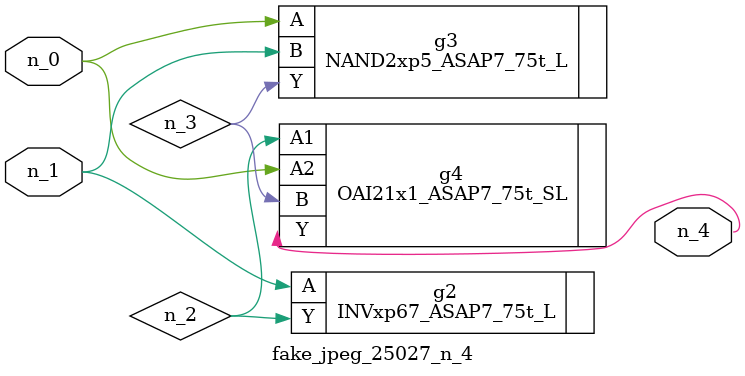
<source format=v>
module fake_jpeg_25027_n_4 (n_0, n_1, n_4);

input n_0;
input n_1;

output n_4;

wire n_2;
wire n_3;

INVxp67_ASAP7_75t_L g2 ( 
.A(n_1),
.Y(n_2)
);

NAND2xp5_ASAP7_75t_L g3 ( 
.A(n_0),
.B(n_1),
.Y(n_3)
);

OAI21x1_ASAP7_75t_SL g4 ( 
.A1(n_2),
.A2(n_0),
.B(n_3),
.Y(n_4)
);


endmodule
</source>
